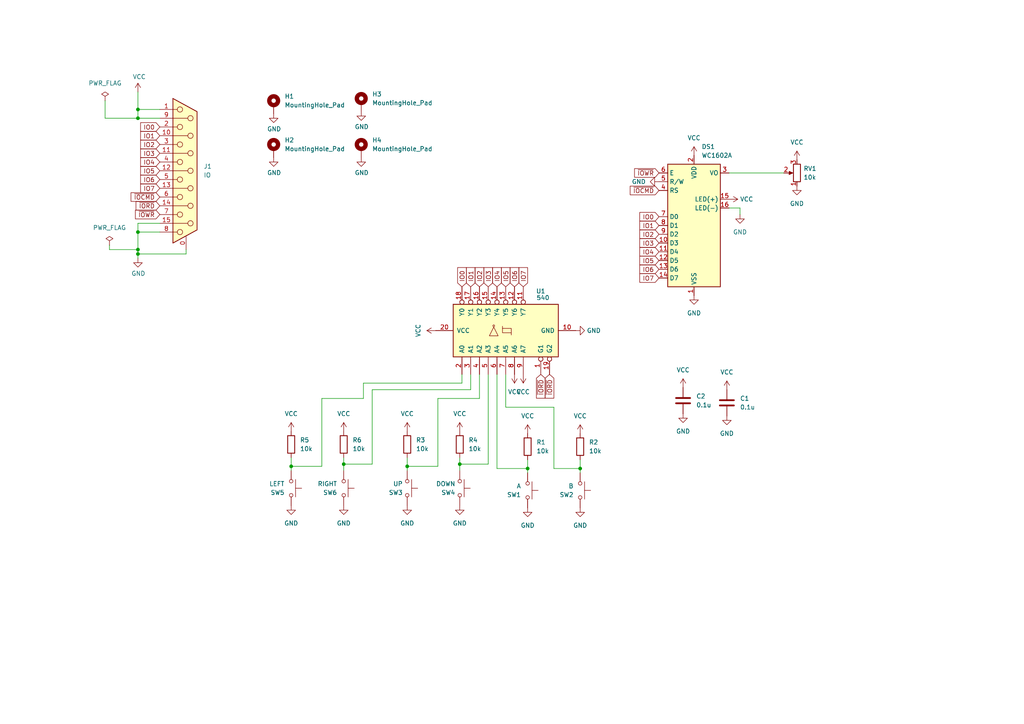
<source format=kicad_sch>
(kicad_sch (version 20230121) (generator eeschema)
  (paper "A4")
  (lib_symbols
    (symbol "74xx:74LS540" (pin_names (offset 1.016))
      (property "Reference" "U" (at -7.62 16.51 0))
      (property "Value" "74LS540" (at -7.62 -16.51 0))
      (symbol "74LS540_1_0"
        (polyline (pts (xy -0.635 -1.6002) (xy -0.635 0.9398) (xy 0.635 0.9398)))
        (polyline (pts (xy -1.27 -1.6002) (xy 0.635 -1.6002) (xy 0.635 0.9398) (xy 1.27 0.9398)))
        (polyline (pts (xy 1.016 3.4798) (xy -1.524 4.7498) (xy -1.524 2.2098) (xy 1.016 3.4798)) (stroke (width 0.1524)))
        (circle (center 1.397 3.4798) (radius 0.254) (stroke (width 0.1524)))
        (pin input inverted (at -12.7 -10.16 0) (length 5.08) (name "G1") (number "1"))
        (pin power_in line (at 0 -20.32 90) (length 5.08) (name "GND") (number "10"))
        (pin tri_state inverted (at 12.7 -5.08 180) (length 5.08) (name "Y7") (number "11"))
        (pin tri_state inverted (at 12.7 -2.54 180) (length 5.08) (name "Y6") (number "12"))
        (pin tri_state inverted (at 12.7 0 180) (length 5.08) (name "Y5") (number "13"))
        (pin tri_state inverted (at 12.7 2.54 180) (length 5.08) (name "Y4") (number "14"))
        (pin tri_state inverted (at 12.7 5.08 180) (length 5.08) (name "Y3") (number "15"))
        (pin tri_state inverted (at 12.7 7.62 180) (length 5.08) (name "Y2") (number "16"))
        (pin tri_state inverted (at 12.7 10.16 180) (length 5.08) (name "Y1") (number "17"))
        (pin tri_state inverted (at 12.7 12.7 180) (length 5.08) (name "Y0") (number "18"))
        (pin input inverted (at -12.7 -12.7 0) (length 5.08) (name "G2") (number "19"))
        (pin input line (at -12.7 12.7 0) (length 5.08) (name "A0") (number "2"))
        (pin power_in line (at 0 20.32 270) (length 5.08) (name "VCC") (number "20"))
        (pin input line (at -12.7 10.16 0) (length 5.08) (name "A1") (number "3"))
        (pin input line (at -12.7 7.62 0) (length 5.08) (name "A2") (number "4"))
        (pin input line (at -12.7 5.08 0) (length 5.08) (name "A3") (number "5"))
        (pin input line (at -12.7 2.54 0) (length 5.08) (name "A4") (number "6"))
        (pin input line (at -12.7 0 0) (length 5.08) (name "A5") (number "7"))
        (pin input line (at -12.7 -2.54 0) (length 5.08) (name "A6") (number "8"))
        (pin input line (at -12.7 -5.08 0) (length 5.08) (name "A7") (number "9"))
      )
      (symbol "74LS540_1_1"
        (rectangle (start -7.62 15.24) (end 7.62 -15.24) (stroke (width 0.254)) (fill (type background)))
      )
    )
    (symbol "Connector:DA15_Receptacle_MountingHoles" (pin_names (offset 1.016) hide)
      (property "Reference" "J" (at 0 24.13 0))
      (property "Value" "DA15_Receptacle_MountingHoles" (at 0 22.225 0))
      (symbol "DA15_Receptacle_MountingHoles_0_1"
        (circle (center -1.778 -17.78) (radius 0.762))
        (circle (center -1.778 -12.7) (radius 0.762))
        (circle (center -1.778 -7.62) (radius 0.762))
        (circle (center -1.778 -2.54) (radius 0.762))
        (circle (center -1.778 2.54) (radius 0.762))
        (circle (center -1.778 7.62) (radius 0.762))
        (circle (center -1.778 12.7) (radius 0.762))
        (circle (center -1.778 17.78) (radius 0.762))
        (polyline (pts (xy -3.81 -17.78) (xy -2.54 -17.78)))
        (polyline (pts (xy -3.81 -15.24) (xy 0.508 -15.24)))
        (polyline (pts (xy -3.81 -12.7) (xy -2.54 -12.7)))
        (polyline (pts (xy -3.81 -10.16) (xy 0.508 -10.16)))
        (polyline (pts (xy -3.81 -7.62) (xy -2.54 -7.62)))
        (polyline (pts (xy -3.81 -5.08) (xy 0.508 -5.08)))
        (polyline (pts (xy -3.81 -2.54) (xy -2.54 -2.54)))
        (polyline (pts (xy -3.81 0) (xy 0.508 0)))
        (polyline (pts (xy -3.81 2.54) (xy -2.54 2.54)))
        (polyline (pts (xy -3.81 5.08) (xy 0.508 5.08)))
        (polyline (pts (xy -3.81 7.62) (xy -2.54 7.62)))
        (polyline (pts (xy -3.81 10.16) (xy 0.508 10.16)))
        (polyline (pts (xy -3.81 12.7) (xy -2.54 12.7)))
        (polyline (pts (xy -3.81 15.24) (xy 0.508 15.24)))
        (polyline (pts (xy -3.81 17.78) (xy -2.54 17.78)))
        (polyline (pts (xy -3.81 20.955) (xy 3.175 17.145) (xy 3.175 -17.145) (xy -3.81 -20.955) (xy -3.81 20.955)) (stroke (width 0.254)) (fill (type background)))
        (circle (center 1.27 -15.24) (radius 0.762))
        (circle (center 1.27 -10.16) (radius 0.762))
        (circle (center 1.27 -5.08) (radius 0.762))
        (circle (center 1.27 0) (radius 0.762))
        (circle (center 1.27 5.08) (radius 0.762))
        (circle (center 1.27 10.16) (radius 0.762))
        (circle (center 1.27 15.24) (radius 0.762))
      )
      (symbol "DA15_Receptacle_MountingHoles_1_1"
        (pin passive line (at 0 -22.86 90) (length 3.81) (name "PAD") (number "0"))
        (pin passive line (at -7.62 17.78 0) (length 3.81) (name "1") (number "1"))
        (pin passive line (at -7.62 10.16 0) (length 3.81) (name "P10") (number "10"))
        (pin passive line (at -7.62 5.08 0) (length 3.81) (name "P111") (number "11"))
        (pin passive line (at -7.62 0 0) (length 3.81) (name "P12") (number "12"))
        (pin passive line (at -7.62 -5.08 0) (length 3.81) (name "P13") (number "13"))
        (pin passive line (at -7.62 -10.16 0) (length 3.81) (name "P14") (number "14"))
        (pin passive line (at -7.62 -15.24 0) (length 3.81) (name "P15") (number "15"))
        (pin passive line (at -7.62 12.7 0) (length 3.81) (name "2") (number "2"))
        (pin passive line (at -7.62 7.62 0) (length 3.81) (name "3") (number "3"))
        (pin passive line (at -7.62 2.54 0) (length 3.81) (name "4") (number "4"))
        (pin passive line (at -7.62 -2.54 0) (length 3.81) (name "5") (number "5"))
        (pin passive line (at -7.62 -7.62 0) (length 3.81) (name "6") (number "6"))
        (pin passive line (at -7.62 -12.7 0) (length 3.81) (name "7") (number "7"))
        (pin passive line (at -7.62 -17.78 0) (length 3.81) (name "8") (number "8"))
        (pin passive line (at -7.62 15.24 0) (length 3.81) (name "P9") (number "9"))
      )
    )
    (symbol "Device:C" (pin_numbers hide) (pin_names (offset 0.254))
      (property "Reference" "C" (at 0.635 2.54 0))
      (property "Value" "C" (at 0.635 -2.54 0))
      (symbol "C_0_1"
        (polyline (pts (xy -2.032 -0.762) (xy 2.032 -0.762)) (stroke (width 0.508)))
        (polyline (pts (xy -2.032 0.762) (xy 2.032 0.762)) (stroke (width 0.508)))
      )
      (symbol "C_1_1"
        (pin passive line (at 0 3.81 270) (length 2.794) (name "~") (number "1"))
        (pin passive line (at 0 -3.81 90) (length 2.794) (name "~") (number "2"))
      )
    )
    (symbol "Device:R" (pin_numbers hide) (pin_names (offset 0))
      (property "Reference" "R" (at 2.032 0 90))
      (property "Value" "R" (at 0 0 90))
      (symbol "R_0_1"
        (rectangle (start -1.016 -2.54) (end 1.016 2.54) (stroke (width 0.254)))
      )
      (symbol "R_1_1"
        (pin passive line (at 0 3.81 270) (length 1.27) (name "~") (number "1"))
        (pin passive line (at 0 -3.81 90) (length 1.27) (name "~") (number "2"))
      )
    )
    (symbol "Device:R_Potentiometer" (pin_names (offset 1.016) hide)
      (property "Reference" "RV" (at -4.445 0 90))
      (property "Value" "R_Potentiometer" (at -2.54 0 90))
      (symbol "R_Potentiometer_0_1"
        (polyline (pts (xy 2.54 0) (xy 1.524 0)))
        (polyline (pts (xy 1.143 0) (xy 2.286 0.508) (xy 2.286 -0.508) (xy 1.143 0)) (fill (type outline)))
        (rectangle (start 1.016 2.54) (end -1.016 -2.54) (stroke (width 0.254)))
      )
      (symbol "R_Potentiometer_1_1"
        (pin passive line (at 0 3.81 270) (length 1.27) (name "1") (number "1"))
        (pin passive line (at 3.81 0 180) (length 1.27) (name "2") (number "2"))
        (pin passive line (at 0 -3.81 90) (length 1.27) (name "3") (number "3"))
      )
    )
    (symbol "Display_Character:WC1602A"
      (property "Reference" "DS" (at -5.842 19.05 0))
      (property "Value" "WC1602A" (at 5.334 19.05 0))
      (symbol "WC1602A_1_1"
        (rectangle (start -7.62 17.78) (end 7.62 -17.78) (stroke (width 0.254)) (fill (type background)))
        (pin power_in line (at 0 -20.32 90) (length 2.54) (name "VSS") (number "1"))
        (pin input line (at -10.16 -5.08 0) (length 2.54) (name "D3") (number "10"))
        (pin input line (at -10.16 -7.62 0) (length 2.54) (name "D4") (number "11"))
        (pin input line (at -10.16 -10.16 0) (length 2.54) (name "D5") (number "12"))
        (pin input line (at -10.16 -12.7 0) (length 2.54) (name "D6") (number "13"))
        (pin input line (at -10.16 -15.24 0) (length 2.54) (name "D7") (number "14"))
        (pin power_in line (at 10.16 7.62 180) (length 2.54) (name "LED(+)") (number "15"))
        (pin power_in line (at 10.16 5.08 180) (length 2.54) (name "LED(-)") (number "16"))
        (pin power_in line (at 0 20.32 270) (length 2.54) (name "VDD") (number "2"))
        (pin input line (at 10.16 15.24 180) (length 2.54) (name "VO") (number "3"))
        (pin input line (at -10.16 10.16 0) (length 2.54) (name "RS") (number "4"))
        (pin input line (at -10.16 12.7 0) (length 2.54) (name "R/W") (number "5"))
        (pin input line (at -10.16 15.24 0) (length 2.54) (name "E") (number "6"))
        (pin input line (at -10.16 2.54 0) (length 2.54) (name "D0") (number "7"))
        (pin input line (at -10.16 0 0) (length 2.54) (name "D1") (number "8"))
        (pin input line (at -10.16 -2.54 0) (length 2.54) (name "D2") (number "9"))
      )
    )
    (symbol "Mechanical:MountingHole_Pad" (pin_numbers hide) (pin_names (offset 1.016) hide)
      (property "Reference" "H" (at 0 6.35 0))
      (property "Value" "MountingHole_Pad" (at 0 4.445 0))
      (symbol "MountingHole_Pad_0_1"
        (circle (center 0 1.27) (radius 1.27) (stroke (width 1.27)))
      )
      (symbol "MountingHole_Pad_1_1"
        (pin input line (at 0 -2.54 90) (length 2.54) (name "1") (number "1"))
      )
    )
    (symbol "Switch:SW_Push" (pin_numbers hide) (pin_names (offset 1.016) hide)
      (property "Reference" "SW" (at 1.27 2.54 0))
      (property "Value" "SW_Push" (at 0 -1.524 0))
      (symbol "SW_Push_0_1"
        (circle (center -2.032 0) (radius 0.508))
        (polyline (pts (xy 0 1.27) (xy 0 3.048)))
        (polyline (pts (xy 2.54 1.27) (xy -2.54 1.27)))
        (circle (center 2.032 0) (radius 0.508))
        (pin passive line (at -5.08 0 0) (length 2.54) (name "1") (number "1"))
        (pin passive line (at 5.08 0 180) (length 2.54) (name "2") (number "2"))
      )
    )
    (symbol "power:GND" (power) (pin_names (offset 0))
      (property "Value" "GND" (at 0 -3.81 0))
      (symbol "GND_0_1"
        (polyline (pts (xy 0 0) (xy 0 -1.27) (xy 1.27 -1.27) (xy 0 -2.54) (xy -1.27 -1.27) (xy 0 -1.27)))
      )
      (symbol "GND_1_1"
        (pin power_in line (at 0 0 270) (length 0) hide (name "GND") (number "1"))
      )
    )
    (symbol "power:PWR_FLAG" (power) (pin_numbers hide) (pin_names (offset 0) hide)
      (property "Value" "PWR_FLAG" (at 0 3.81 0))
      (symbol "PWR_FLAG_0_0"
        (pin power_out line (at 0 0 90) (length 0) (name "pwr") (number "1"))
      )
      (symbol "PWR_FLAG_0_1"
        (polyline (pts (xy 0 0) (xy 0 1.27) (xy -1.016 1.905) (xy 0 2.54) (xy 1.016 1.905) (xy 0 1.27)))
      )
    )
    (symbol "power:VCC" (power) (pin_names (offset 0))
      (property "Value" "VCC" (at 0 3.81 0))
      (symbol "VCC_0_1"
        (polyline (pts (xy -0.762 1.27) (xy 0 2.54)))
        (polyline (pts (xy 0 0) (xy 0 2.54)))
        (polyline (pts (xy 0 2.54) (xy 0.762 1.27)))
      )
      (symbol "VCC_1_1"
        (pin power_in line (at 0 0 90) (length 0) hide (name "VCC") (number "1"))
      )
    )
  )
  (junction (at 40.005 67.31))
  (junction (at 40.005 31.75))
  (junction (at 40.005 73.66))
  (junction (at 40.005 34.29))
  (junction (at 84.455 135.255))
  (junction (at 153.035 135.89))
  (junction (at 118.11 135.255))
  (junction (at 40.005 72.39))
  (junction (at 99.695 134.62))
  (junction (at 133.35 134.62))
  (junction (at 168.275 135.89))
  (wire (pts (xy 40.005 26.67) (xy 40.005 31.75)))
  (wire (pts (xy 107.95 134.62) (xy 107.95 113.03)))
  (wire (pts (xy 139.065 115.57) (xy 139.065 108.585)))
  (wire (pts (xy 214.63 62.23) (xy 214.63 60.325)))
  (wire (pts (xy 133.985 111.125) (xy 105.41 111.125)))
  (wire (pts (xy 99.695 134.62) (xy 107.95 134.62)))
  (wire (pts (xy 46.355 34.29) (xy 40.005 34.29)))
  (wire (pts (xy 133.35 134.62) (xy 133.35 136.525)))
  (wire (pts (xy 40.005 64.77) (xy 46.355 64.77)))
  (wire (pts (xy 40.005 73.66) (xy 40.005 72.39)))
  (wire (pts (xy 153.035 135.89) (xy 144.145 135.89)))
  (wire (pts (xy 53.975 72.39) (xy 53.975 73.66)))
  (wire (pts (xy 168.275 135.89) (xy 168.275 137.16)))
  (wire (pts (xy 31.75 71.12) (xy 31.75 72.39)))
  (wire (pts (xy 160.655 135.89) (xy 168.275 135.89)))
  (wire (pts (xy 168.275 133.35) (xy 168.275 135.89)))
  (wire (pts (xy 40.005 34.29) (xy 40.005 31.75)))
  (wire (pts (xy 211.455 50.165) (xy 227.33 50.165)))
  (wire (pts (xy 153.035 135.89) (xy 153.035 137.16)))
  (wire (pts (xy 133.35 134.62) (xy 141.605 134.62)))
  (wire (pts (xy 153.035 133.35) (xy 153.035 135.89)))
  (wire (pts (xy 84.455 135.255) (xy 84.455 136.525)))
  (wire (pts (xy 146.685 118.11) (xy 160.655 118.11)))
  (wire (pts (xy 84.455 132.715) (xy 84.455 135.255)))
  (wire (pts (xy 40.005 31.75) (xy 46.355 31.75)))
  (wire (pts (xy 30.48 34.29) (xy 40.005 34.29)))
  (wire (pts (xy 93.345 115.57) (xy 105.41 115.57)))
  (wire (pts (xy 93.345 135.255) (xy 93.345 115.57)))
  (wire (pts (xy 141.605 134.62) (xy 141.605 108.585)))
  (wire (pts (xy 127 135.255) (xy 127 115.57)))
  (wire (pts (xy 99.695 132.715) (xy 99.695 134.62)))
  (wire (pts (xy 133.35 132.715) (xy 133.35 134.62)))
  (wire (pts (xy 133.985 108.585) (xy 133.985 111.125)))
  (wire (pts (xy 105.41 111.125) (xy 105.41 115.57)))
  (wire (pts (xy 160.655 135.89) (xy 160.655 118.11)))
  (wire (pts (xy 144.145 135.89) (xy 144.145 108.585)))
  (wire (pts (xy 40.005 72.39) (xy 40.005 67.31)))
  (wire (pts (xy 53.975 73.66) (xy 40.005 73.66)))
  (wire (pts (xy 40.005 67.31) (xy 46.355 67.31)))
  (wire (pts (xy 118.11 135.255) (xy 127 135.255)))
  (wire (pts (xy 31.75 72.39) (xy 40.005 72.39)))
  (wire (pts (xy 40.005 67.31) (xy 40.005 64.77)))
  (wire (pts (xy 127 115.57) (xy 139.065 115.57)))
  (wire (pts (xy 107.95 113.03) (xy 136.525 113.03)))
  (wire (pts (xy 30.48 29.21) (xy 30.48 34.29)))
  (wire (pts (xy 146.685 108.585) (xy 146.685 118.11)))
  (wire (pts (xy 118.11 135.255) (xy 118.11 136.525)))
  (wire (pts (xy 99.695 134.62) (xy 99.695 136.525)))
  (wire (pts (xy 40.005 74.93) (xy 40.005 73.66)))
  (wire (pts (xy 84.455 135.255) (xy 93.345 135.255)))
  (wire (pts (xy 214.63 60.325) (xy 211.455 60.325)))
  (wire (pts (xy 118.11 132.715) (xy 118.11 135.255)))
  (wire (pts (xy 136.525 113.03) (xy 136.525 108.585)))
  (global_label "~{IOCMD}" (shape input) (at 46.355 57.15 180) (property "Intersheetrefs" "${INTERSHEET_REFS}" (effects hide)))
  (global_label "IO1" (shape input) (at 136.525 83.185 90) (property "Intersheetrefs" "${INTERSHEET_REFS}" (effects hide)))
  (global_label "~{IOWR}" (shape input) (at 191.135 50.165 180) (property "Intersheetrefs" "${INTERSHEET_REFS}" (effects hide)))
  (global_label "~{IORD}" (shape input) (at 156.845 108.585 270) (property "Intersheetrefs" "${INTERSHEET_REFS}" (effects hide)))
  (global_label "~{IORD}" (shape input) (at 159.385 108.585 270) (property "Intersheetrefs" "${INTERSHEET_REFS}" (effects hide)))
  (global_label "IO7" (shape input) (at 191.135 80.645 180) (property "Intersheetrefs" "${INTERSHEET_REFS}" (effects hide)))
  (global_label "IO0" (shape input) (at 133.985 83.185 90) (property "Intersheetrefs" "${INTERSHEET_REFS}" (effects hide)))
  (global_label "~{IOCMD}" (shape input) (at 191.135 55.245 180) (property "Intersheetrefs" "${INTERSHEET_REFS}" (effects hide)))
  (global_label "IO5" (shape input) (at 46.355 49.53 180) (property "Intersheetrefs" "${INTERSHEET_REFS}" (effects hide)))
  (global_label "IO4" (shape input) (at 46.355 46.99 180) (property "Intersheetrefs" "${INTERSHEET_REFS}" (effects hide)))
  (global_label "IO2" (shape input) (at 46.355 41.91 180) (property "Intersheetrefs" "${INTERSHEET_REFS}" (effects hide)))
  (global_label "IO1" (shape input) (at 191.135 65.405 180) (property "Intersheetrefs" "${INTERSHEET_REFS}" (effects hide)))
  (global_label "IO6" (shape input) (at 191.135 78.105 180) (property "Intersheetrefs" "${INTERSHEET_REFS}" (effects hide)))
  (global_label "IO3" (shape input) (at 141.605 83.185 90) (property "Intersheetrefs" "${INTERSHEET_REFS}" (effects hide)))
  (global_label "IO6" (shape input) (at 46.355 52.07 180) (property "Intersheetrefs" "${INTERSHEET_REFS}" (effects hide)))
  (global_label "~{IOWR}" (shape input) (at 46.355 62.23 180) (property "Intersheetrefs" "${INTERSHEET_REFS}" (effects hide)))
  (global_label "IO1" (shape input) (at 46.355 39.37 180) (property "Intersheetrefs" "${INTERSHEET_REFS}" (effects hide)))
  (global_label "~{IORD}" (shape input) (at 46.355 59.69 180) (property "Intersheetrefs" "${INTERSHEET_REFS}" (effects hide)))
  (global_label "IO5" (shape input) (at 191.135 75.565 180) (property "Intersheetrefs" "${INTERSHEET_REFS}" (effects hide)))
  (global_label "IO3" (shape input) (at 46.355 44.45 180) (property "Intersheetrefs" "${INTERSHEET_REFS}" (effects hide)))
  (global_label "IO4" (shape input) (at 144.145 83.185 90) (property "Intersheetrefs" "${INTERSHEET_REFS}" (effects hide)))
  (global_label "IO6" (shape input) (at 149.225 83.185 90) (property "Intersheetrefs" "${INTERSHEET_REFS}" (effects hide)))
  (global_label "IO4" (shape input) (at 191.135 73.025 180) (property "Intersheetrefs" "${INTERSHEET_REFS}" (effects hide)))
  (global_label "IO7" (shape input) (at 46.355 54.61 180) (property "Intersheetrefs" "${INTERSHEET_REFS}" (effects hide)))
  (global_label "IO2" (shape input) (at 139.065 83.185 90) (property "Intersheetrefs" "${INTERSHEET_REFS}" (effects hide)))
  (global_label "IO7" (shape input) (at 151.765 83.185 90) (property "Intersheetrefs" "${INTERSHEET_REFS}" (effects hide)))
  (global_label "IO3" (shape input) (at 191.135 70.485 180) (property "Intersheetrefs" "${INTERSHEET_REFS}" (effects hide)))
  (global_label "IO0" (shape input) (at 191.135 62.865 180) (property "Intersheetrefs" "${INTERSHEET_REFS}" (effects hide)))
  (global_label "IO2" (shape input) (at 191.135 67.945 180) (property "Intersheetrefs" "${INTERSHEET_REFS}" (effects hide)))
  (global_label "IO5" (shape input) (at 146.685 83.185 90) (property "Intersheetrefs" "${INTERSHEET_REFS}" (effects hide)))
  (global_label "IO0" (shape input) (at 46.355 36.83 180) (property "Intersheetrefs" "${INTERSHEET_REFS}" (effects hide)))
  (symbol (lib_id "Switch:SW_Push") (at 118.11 141.605 270) (unit 1)
    (property "Reference" "SW3" (at 116.84 142.875 90) (effects (justify right)))
    (property "Value" "UP" (at 116.84 140.335 90) (effects (justify right)))
    (property "Footprint" "Button_Switch_THT:SW_PUSH_6mm" (effects hide))
  )
  (symbol (lib_id "Device:R_Potentiometer") (at 231.14 50.165 180) (unit 1)
    (property "Reference" "RV1" (at 233.045 48.895 0) (effects (justify right)))
    (property "Value" "10k" (at 233.045 51.435 0) (effects (justify right)))
    (property "Footprint" "Potentiometer_THT:Potentiometer_Bourns_3386P_Vertical" (effects hide))
  )
  (symbol (lib_id "Device:R") (at 168.275 129.54 0) (unit 1)
    (property "Reference" "R2" (at 170.815 128.27 0) (effects (justify left)))
    (property "Value" "10k" (at 170.815 130.81 0) (effects (justify left)))
    (property "Footprint" "Resistor_THT:R_Axial_DIN0207_L6.3mm_D2.5mm_P10.16mm_Horizontal" (effects hide))
  )
  (symbol (lib_id "74xx:74LS540") (at 146.685 95.885 90) (unit 1)
    (property "Reference" "U1" (at 156.845 84.455 90))
    (property "Value" "540" (at 157.48 86.36 90))
    (property "Footprint" "Package_DIP:DIP-20_W7.62mm_Socket" (effects hide))
    (property "Datasheet" "http://www.ti.com/lit/gpn/sn74LS540" (effects hide))
  )
  (symbol (lib_id "Mechanical:MountingHole_Pad") (at 79.375 43.18 0) (unit 1)
    (property "Reference" "H2" (at 82.55 40.64 0) (effects (justify left)))
    (property "Value" "MountingHole_Pad" (at 82.55 43.18 0) (effects (justify left)))
    (property "Footprint" "MountingHole:MountingHole_3.2mm_M3_Pad_Via" (effects hide))
  )
  (symbol (lib_id "power:PWR_FLAG") (at 30.48 29.21 0) (mirror y) (unit 1)
    (property "Reference" "#FLG01" (effects hide))
    (property "Value" "PWR_FLAG" (at 30.48 24.13 0))
  )
  (symbol (lib_id "power:GND") (at 214.63 62.23 0) (unit 1)
    (property "Reference" "#PWR023" (effects hide))
    (property "Value" "GND" (at 214.63 67.31 0))
  )
  (symbol (lib_id "power:GND") (at 210.82 120.65 0) (unit 1)
    (property "Reference" "#PWR022" (effects hide))
    (property "Value" "GND" (at 210.82 125.73 0))
  )
  (symbol (lib_id "Mechanical:MountingHole_Pad") (at 104.775 43.18 0) (unit 1)
    (property "Reference" "H4" (at 107.95 40.64 0) (effects (justify left)))
    (property "Value" "MountingHole_Pad" (at 107.95 43.18 0) (effects (justify left)))
    (property "Footprint" "MountingHole:MountingHole_3.2mm_M3_Pad_Via" (effects hide))
  )
  (symbol (lib_id "Switch:SW_Push") (at 153.035 142.24 270) (unit 1)
    (property "Reference" "SW1" (at 151.13 143.51 90) (effects (justify right)))
    (property "Value" "A" (at 151.13 140.97 90) (effects (justify right)))
    (property "Footprint" "Button_Switch_THT:SW_PUSH_6mm" (effects hide))
  )
  (symbol (lib_id "power:GND") (at 198.12 120.015 0) (unit 1)
    (property "Reference" "#PWR029" (effects hide))
    (property "Value" "GND" (at 198.12 125.095 0))
  )
  (symbol (lib_id "power:VCC") (at 149.225 108.585 180) (unit 1)
    (property "Reference" "#PWR08" (effects hide))
    (property "Value" "VCC" (at 149.225 113.665 0))
  )
  (symbol (lib_id "power:GND") (at 168.275 147.32 0) (unit 1)
    (property "Reference" "#PWR013" (effects hide))
    (property "Value" "GND" (at 168.275 152.4 0))
  )
  (symbol (lib_id "Switch:SW_Push") (at 168.275 142.24 270) (unit 1)
    (property "Reference" "SW2" (at 166.37 143.51 90) (effects (justify right)))
    (property "Value" "B" (at 166.37 140.97 90) (effects (justify right)))
    (property "Footprint" "Button_Switch_THT:SW_PUSH_6mm" (effects hide))
  )
  (symbol (lib_id "power:GND") (at 201.295 85.725 0) (unit 1)
    (property "Reference" "#PWR05" (effects hide))
    (property "Value" "GND" (at 201.295 90.805 0))
  )
  (symbol (lib_id "power:GND") (at 191.135 52.705 270) (unit 1)
    (property "Reference" "#PWR06" (effects hide))
    (property "Value" "GND" (at 187.325 52.705 90) (effects (justify right)))
  )
  (symbol (lib_id "Device:C") (at 198.12 116.205 0) (unit 1)
    (property "Reference" "C2" (at 201.93 114.935 0) (effects (justify left)))
    (property "Value" "0.1u" (at 201.93 117.475 0) (effects (justify left)))
    (property "Footprint" "Capacitor_THT:C_Disc_D3.4mm_W2.1mm_P2.50mm" (effects hide))
  )
  (symbol (lib_id "power:GND") (at 79.375 45.72 0) (unit 1)
    (property "Reference" "#PWR031" (effects hide))
    (property "Value" "GND" (at 79.502 50.1142 0))
  )
  (symbol (lib_id "Mechanical:MountingHole_Pad") (at 104.775 29.845 0) (unit 1)
    (property "Reference" "H3" (at 107.95 27.305 0) (effects (justify left)))
    (property "Value" "MountingHole_Pad" (at 107.95 29.845 0) (effects (justify left)))
    (property "Footprint" "MountingHole:MountingHole_3.2mm_M3_Pad_Via" (effects hide))
  )
  (symbol (lib_id "power:VCC") (at 151.765 108.585 180) (unit 1)
    (property "Reference" "#PWR021" (effects hide))
    (property "Value" "VCC" (at 151.765 113.665 0))
  )
  (symbol (lib_id "power:GND") (at 153.035 147.32 0) (unit 1)
    (property "Reference" "#PWR09" (effects hide))
    (property "Value" "GND" (at 153.035 152.4 0))
  )
  (symbol (lib_id "power:GND") (at 40.005 74.93 0) (unit 1)
    (property "Reference" "#PWR02" (effects hide))
    (property "Value" "GND" (at 40.132 79.3242 0))
  )
  (symbol (lib_id "power:GND") (at 104.775 32.385 0) (unit 1)
    (property "Reference" "#PWR032" (effects hide))
    (property "Value" "GND" (at 104.902 36.7792 0))
  )
  (symbol (lib_id "power:VCC") (at 99.695 125.095 0) (unit 1)
    (property "Reference" "#PWR019" (effects hide))
    (property "Value" "VCC" (at 99.695 120.015 0))
  )
  (symbol (lib_id "power:VCC") (at 118.11 125.095 0) (unit 1)
    (property "Reference" "#PWR011" (effects hide))
    (property "Value" "VCC" (at 118.11 120.015 0))
  )
  (symbol (lib_id "Switch:SW_Push") (at 99.695 141.605 270) (unit 1)
    (property "Reference" "SW6" (at 97.79 142.875 90) (effects (justify right)))
    (property "Value" "RIGHT" (at 97.79 140.335 90) (effects (justify right)))
    (property "Footprint" "Button_Switch_THT:SW_PUSH_6mm" (effects hide))
  )
  (symbol (lib_id "power:VCC") (at 201.295 45.085 0) (unit 1)
    (property "Reference" "#PWR04" (effects hide))
    (property "Value" "VCC" (at 201.295 40.005 0))
  )
  (symbol (lib_id "power:VCC") (at 133.35 125.095 0) (unit 1)
    (property "Reference" "#PWR015" (effects hide))
    (property "Value" "VCC" (at 133.35 120.015 0))
  )
  (symbol (lib_id "power:GND") (at 104.775 45.72 0) (unit 1)
    (property "Reference" "#PWR033" (effects hide))
    (property "Value" "GND" (at 104.902 50.1142 0))
  )
  (symbol (lib_id "power:VCC") (at 126.365 95.885 90) (unit 1)
    (property "Reference" "#PWR03" (effects hide))
    (property "Value" "VCC" (at 121.285 95.885 0))
  )
  (symbol (lib_id "Device:R") (at 118.11 128.905 0) (unit 1)
    (property "Reference" "R3" (at 120.65 127.635 0) (effects (justify left)))
    (property "Value" "10k" (at 120.65 130.175 0) (effects (justify left)))
    (property "Footprint" "Resistor_THT:R_Axial_DIN0207_L6.3mm_D2.5mm_P10.16mm_Horizontal" (effects hide))
  )
  (symbol (lib_id "power:GND") (at 99.695 146.685 0) (unit 1)
    (property "Reference" "#PWR020" (effects hide))
    (property "Value" "GND" (at 99.695 151.765 0))
  )
  (symbol (lib_id "power:VCC") (at 198.12 112.395 0) (unit 1)
    (property "Reference" "#PWR028" (effects hide))
    (property "Value" "VCC" (at 198.12 107.315 0))
  )
  (symbol (lib_id "power:VCC") (at 84.455 125.095 0) (unit 1)
    (property "Reference" "#PWR017" (effects hide))
    (property "Value" "VCC" (at 84.455 120.015 0))
  )
  (symbol (lib_id "power:VCC") (at 40.005 26.67 0) (unit 1)
    (property "Reference" "#PWR01" (effects hide))
    (property "Value" "VCC" (at 40.386 22.2758 0))
  )
  (symbol (lib_id "power:GND") (at 167.005 95.885 90) (unit 1)
    (property "Reference" "#PWR07" (effects hide))
    (property "Value" "GND" (at 170.18 95.885 90) (effects (justify right)))
  )
  (symbol (lib_id "power:GND") (at 133.35 146.685 0) (unit 1)
    (property "Reference" "#PWR016" (effects hide))
    (property "Value" "GND" (at 133.35 151.765 0))
  )
  (symbol (lib_id "Device:C") (at 210.82 116.84 0) (unit 1)
    (property "Reference" "C1" (at 214.63 115.57 0) (effects (justify left)))
    (property "Value" "0.1u" (at 214.63 118.11 0) (effects (justify left)))
    (property "Footprint" "Capacitor_THT:C_Disc_D3.4mm_W2.1mm_P2.50mm" (effects hide))
  )
  (symbol (lib_id "Display_Character:WC1602A") (at 201.295 65.405 0) (unit 1)
    (property "Reference" "DS1" (at 203.4891 42.545 0) (effects (justify left)))
    (property "Value" "WC1602A" (at 203.4891 45.085 0) (effects (justify left)))
    (property "Footprint" "Display:WC1602A" (effects hide))
    (property "Datasheet" "http://www.wincomlcd.com/pdf/WC1602A-SFYLYHTC06.pdf" (effects hide))
  )
  (symbol (lib_id "Device:R") (at 153.035 129.54 0) (unit 1)
    (property "Reference" "R1" (at 155.575 128.27 0) (effects (justify left)))
    (property "Value" "10k" (at 155.575 130.81 0) (effects (justify left)))
    (property "Footprint" "Resistor_THT:R_Axial_DIN0207_L6.3mm_D2.5mm_P10.16mm_Horizontal" (effects hide))
  )
  (symbol (lib_id "power:GND") (at 84.455 146.685 0) (unit 1)
    (property "Reference" "#PWR018" (effects hide))
    (property "Value" "GND" (at 84.455 151.765 0))
  )
  (symbol (lib_id "power:GND") (at 231.14 53.975 0) (unit 1)
    (property "Reference" "#PWR025" (effects hide))
    (property "Value" "GND" (at 231.14 59.055 0))
  )
  (symbol (lib_id "Mechanical:MountingHole_Pad") (at 79.375 30.48 0) (unit 1)
    (property "Reference" "H1" (at 82.55 27.94 0) (effects (justify left)))
    (property "Value" "MountingHole_Pad" (at 82.55 30.48 0) (effects (justify left)))
    (property "Footprint" "MountingHole:MountingHole_3.2mm_M3_Pad_Via" (effects hide))
  )
  (symbol (lib_id "Connector:DA15_Receptacle_MountingHoles") (at 53.975 49.53 0) (unit 1)
    (property "Reference" "J1" (at 59.055 48.26 0) (effects (justify left)))
    (property "Value" "IO" (at 59.055 50.8 0) (effects (justify left)))
    (property "Footprint" "Connector_Dsub:DSUB-15_Female_Horizontal_P2.77x2.84mm_EdgePinOffset7.70mm_Housed_MountingHolesOffset9.12mm" (effects hide))
    (property "Datasheet" " ~" (effects hide))
  )
  (symbol (lib_id "Switch:SW_Push") (at 84.455 141.605 270) (unit 1)
    (property "Reference" "SW5" (at 82.55 142.875 90) (effects (justify right)))
    (property "Value" "LEFT" (at 82.55 140.335 90) (effects (justify right)))
    (property "Footprint" "Button_Switch_THT:SW_PUSH_6mm" (effects hide))
  )
  (symbol (lib_id "power:VCC") (at 211.455 57.785 270) (unit 1)
    (property "Reference" "#PWR024" (effects hide))
    (property "Value" "VCC" (at 214.63 57.785 90) (effects (justify left)))
  )
  (symbol (lib_id "Switch:SW_Push") (at 133.35 141.605 270) (unit 1)
    (property "Reference" "SW4" (at 132.08 142.875 90) (effects (justify right)))
    (property "Value" "DOWN" (at 132.08 140.335 90) (effects (justify right)))
    (property "Footprint" "Button_Switch_THT:SW_PUSH_6mm" (effects hide))
  )
  (symbol (lib_id "power:VCC") (at 231.14 46.355 0) (unit 1)
    (property "Reference" "#PWR026" (effects hide))
    (property "Value" "VCC" (at 231.14 41.275 0))
  )
  (symbol (lib_id "power:GND") (at 118.11 146.685 0) (unit 1)
    (property "Reference" "#PWR014" (effects hide))
    (property "Value" "GND" (at 118.11 151.765 0))
  )
  (symbol (lib_id "Device:R") (at 99.695 128.905 0) (unit 1)
    (property "Reference" "R6" (at 102.235 127.635 0) (effects (justify left)))
    (property "Value" "10k" (at 102.235 130.175 0) (effects (justify left)))
    (property "Footprint" "Resistor_THT:R_Axial_DIN0207_L6.3mm_D2.5mm_P10.16mm_Horizontal" (effects hide))
  )
  (symbol (lib_id "power:VCC") (at 168.275 125.73 0) (unit 1)
    (property "Reference" "#PWR012" (effects hide))
    (property "Value" "VCC" (at 168.275 120.65 0))
  )
  (symbol (lib_id "Device:R") (at 133.35 128.905 0) (unit 1)
    (property "Reference" "R4" (at 135.89 127.635 0) (effects (justify left)))
    (property "Value" "10k" (at 135.89 130.175 0) (effects (justify left)))
    (property "Footprint" "Resistor_THT:R_Axial_DIN0207_L6.3mm_D2.5mm_P10.16mm_Horizontal" (effects hide))
  )
  (symbol (lib_id "Device:R") (at 84.455 128.905 0) (unit 1)
    (property "Reference" "R5" (at 86.995 127.635 0) (effects (justify left)))
    (property "Value" "10k" (at 86.995 130.175 0) (effects (justify left)))
    (property "Footprint" "Resistor_THT:R_Axial_DIN0207_L6.3mm_D2.5mm_P10.16mm_Horizontal" (effects hide))
  )
  (symbol (lib_id "power:GND") (at 79.375 33.02 0) (unit 1)
    (property "Reference" "#PWR030" (effects hide))
    (property "Value" "GND" (at 79.502 37.4142 0))
  )
  (symbol (lib_id "power:PWR_FLAG") (at 31.75 71.12 0) (mirror y) (unit 1)
    (property "Reference" "#FLG02" (effects hide))
    (property "Value" "PWR_FLAG" (at 31.75 66.04 0))
  )
  (symbol (lib_id "power:VCC") (at 210.82 113.03 0) (unit 1)
    (property "Reference" "#PWR027" (effects hide))
    (property "Value" "VCC" (at 210.82 107.95 0))
  )
  (symbol (lib_id "power:VCC") (at 153.035 125.73 0) (unit 1)
    (property "Reference" "#PWR010" (effects hide))
    (property "Value" "VCC" (at 153.035 120.65 0))
  )
)
</source>
